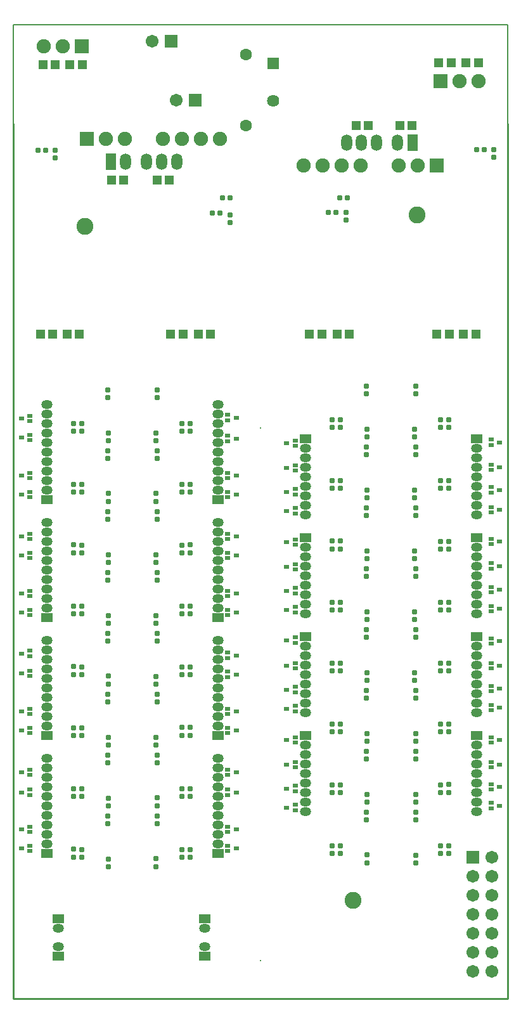
<source format=gbs>
G04 Layer_Color=16711935*
%FSLAX25Y25*%
%MOIN*%
G70*
G01*
G75*
%ADD26C,0.01000*%
%ADD27C,0.00600*%
G04:AMPARAMS|DCode=279|XSize=27.68mil|YSize=28.08mil|CornerRadius=8.92mil|HoleSize=0mil|Usage=FLASHONLY|Rotation=270.000|XOffset=0mil|YOffset=0mil|HoleType=Round|Shape=RoundedRectangle|*
%AMROUNDEDRECTD279*
21,1,0.02768,0.01024,0,0,270.0*
21,1,0.00984,0.02808,0,0,270.0*
1,1,0.01784,-0.00512,-0.00492*
1,1,0.01784,-0.00512,0.00492*
1,1,0.01784,0.00512,0.00492*
1,1,0.01784,0.00512,-0.00492*
%
%ADD279ROUNDEDRECTD279*%
%ADD283R,0.02572X0.01981*%
G04:AMPARAMS|DCode=287|XSize=27.68mil|YSize=28.08mil|CornerRadius=8.92mil|HoleSize=0mil|Usage=FLASHONLY|Rotation=180.000|XOffset=0mil|YOffset=0mil|HoleType=Round|Shape=RoundedRectangle|*
%AMROUNDEDRECTD287*
21,1,0.02768,0.01024,0,0,180.0*
21,1,0.00984,0.02808,0,0,180.0*
1,1,0.01784,-0.00492,0.00512*
1,1,0.01784,0.00492,0.00512*
1,1,0.01784,0.00492,-0.00512*
1,1,0.01784,-0.00492,-0.00512*
%
%ADD287ROUNDEDRECTD287*%
%ADD291R,0.04540X0.04737*%
%ADD292O,0.05918X0.04737*%
%ADD293R,0.05918X0.04737*%
%ADD294C,0.07493*%
%ADD295R,0.07493X0.07493*%
%ADD296O,0.05721X0.08674*%
%ADD297R,0.05721X0.08674*%
%ADD298C,0.06312*%
%ADD299R,0.06706X0.06706*%
%ADD300C,0.06706*%
%ADD301R,0.06706X0.06706*%
%ADD302R,0.06400X0.06400*%
%ADD303C,0.06400*%
%ADD304C,0.08906*%
%ADD305C,0.00800*%
D26*
X0Y0D02*
Y320000D01*
X260000Y0D02*
Y320000D01*
X0Y0D02*
X260000D01*
X0D02*
Y460000D01*
X260000Y0D02*
Y460000D01*
X0Y0D02*
X260000D01*
D27*
X0D02*
X260000D01*
Y512000D01*
X0D02*
X260000D01*
X0Y0D02*
Y512000D01*
D279*
X108508Y413000D02*
D03*
X104492D02*
D03*
X169508Y413500D02*
D03*
X165492D02*
D03*
X17000Y446000D02*
D03*
X12984D02*
D03*
X247508Y446500D02*
D03*
X243492D02*
D03*
X114008Y421000D02*
D03*
X109992D02*
D03*
X175508D02*
D03*
X171492D02*
D03*
D283*
X148264Y111878D02*
D03*
Y109122D02*
D03*
X143736Y110500D02*
D03*
X148264Y101878D02*
D03*
Y99122D02*
D03*
X143736Y100500D02*
D03*
X8764Y306378D02*
D03*
Y303622D02*
D03*
X4236Y305000D02*
D03*
X8764Y296378D02*
D03*
Y293622D02*
D03*
X4236Y295000D02*
D03*
X8764Y276378D02*
D03*
Y273622D02*
D03*
X4236Y275000D02*
D03*
X8764Y266378D02*
D03*
Y263622D02*
D03*
X4236Y265000D02*
D03*
X8764Y244378D02*
D03*
Y241622D02*
D03*
X4236Y243000D02*
D03*
X8764Y234378D02*
D03*
Y231622D02*
D03*
X4236Y233000D02*
D03*
X8764Y214378D02*
D03*
Y211622D02*
D03*
X4236Y213000D02*
D03*
X8764Y204378D02*
D03*
Y201622D02*
D03*
X4236Y203000D02*
D03*
X117264Y305500D02*
D03*
X112736Y306878D02*
D03*
Y304122D02*
D03*
X117264Y294500D02*
D03*
X112736Y295878D02*
D03*
Y293122D02*
D03*
X117264Y275000D02*
D03*
X112736Y276378D02*
D03*
Y273622D02*
D03*
X117264Y265000D02*
D03*
X112736Y266378D02*
D03*
Y263622D02*
D03*
X117264Y243000D02*
D03*
X112736Y244378D02*
D03*
Y241622D02*
D03*
X117264Y233000D02*
D03*
X112736Y234378D02*
D03*
Y231622D02*
D03*
X117264Y213000D02*
D03*
X112736Y214378D02*
D03*
Y211622D02*
D03*
X117264Y203000D02*
D03*
X112736Y204378D02*
D03*
Y201622D02*
D03*
X8764Y182878D02*
D03*
Y180122D02*
D03*
X4236Y181500D02*
D03*
X8764Y172378D02*
D03*
Y169622D02*
D03*
X4236Y171000D02*
D03*
X8764Y152378D02*
D03*
Y149622D02*
D03*
X4236Y151000D02*
D03*
X8764Y142378D02*
D03*
Y139622D02*
D03*
X4236Y141000D02*
D03*
X8764Y120378D02*
D03*
Y117622D02*
D03*
X4236Y119000D02*
D03*
X8764Y109878D02*
D03*
Y107122D02*
D03*
X4236Y108500D02*
D03*
X8764Y90378D02*
D03*
Y87622D02*
D03*
X4236Y89000D02*
D03*
X8764Y80378D02*
D03*
Y77622D02*
D03*
X4236Y79000D02*
D03*
X117264Y180500D02*
D03*
X112736Y181878D02*
D03*
Y179122D02*
D03*
X117264Y170500D02*
D03*
X112736Y171878D02*
D03*
Y169122D02*
D03*
X117264Y151000D02*
D03*
X112736Y152378D02*
D03*
Y149622D02*
D03*
X117264Y141000D02*
D03*
X112736Y142378D02*
D03*
Y139622D02*
D03*
X117264Y119000D02*
D03*
X112736Y120378D02*
D03*
Y117622D02*
D03*
X117264Y108500D02*
D03*
X112736Y109878D02*
D03*
Y107122D02*
D03*
X117264Y89000D02*
D03*
X112736Y90378D02*
D03*
Y87622D02*
D03*
X117264Y79000D02*
D03*
X112736Y80378D02*
D03*
Y77622D02*
D03*
X148264Y293378D02*
D03*
Y290622D02*
D03*
X143736Y292000D02*
D03*
X148264Y280378D02*
D03*
Y277622D02*
D03*
X143736Y279000D02*
D03*
X148264Y267878D02*
D03*
Y265122D02*
D03*
X143736Y266500D02*
D03*
X148264Y257878D02*
D03*
Y255122D02*
D03*
X143736Y256500D02*
D03*
X148264Y241378D02*
D03*
Y238622D02*
D03*
X143736Y240000D02*
D03*
X148264Y228378D02*
D03*
Y225622D02*
D03*
X143736Y227000D02*
D03*
X148264Y215878D02*
D03*
Y213122D02*
D03*
X143736Y214500D02*
D03*
X148264Y205878D02*
D03*
Y203122D02*
D03*
X143736Y204500D02*
D03*
X255764Y292500D02*
D03*
X251236Y293878D02*
D03*
Y291122D02*
D03*
X255764Y279378D02*
D03*
X251236Y280756D02*
D03*
Y278000D02*
D03*
X255764Y267500D02*
D03*
X251236Y268878D02*
D03*
Y266122D02*
D03*
X255764Y257000D02*
D03*
X251236Y258378D02*
D03*
Y255622D02*
D03*
X255764Y240378D02*
D03*
X251236Y241756D02*
D03*
Y239000D02*
D03*
X255764Y227500D02*
D03*
X251236Y228878D02*
D03*
Y226122D02*
D03*
X255764Y215000D02*
D03*
X251236Y216378D02*
D03*
Y213622D02*
D03*
X255764Y205000D02*
D03*
X251236Y206378D02*
D03*
Y203622D02*
D03*
X148264Y189878D02*
D03*
Y187122D02*
D03*
X143736Y188500D02*
D03*
X148264Y176378D02*
D03*
Y173622D02*
D03*
X143736Y175000D02*
D03*
X148264Y163878D02*
D03*
Y161122D02*
D03*
X143736Y162500D02*
D03*
X148264Y153878D02*
D03*
Y151122D02*
D03*
X143736Y152500D02*
D03*
X148264Y137378D02*
D03*
Y134622D02*
D03*
X143736Y136000D02*
D03*
X148264Y124378D02*
D03*
Y121622D02*
D03*
X143736Y123000D02*
D03*
X255764Y188000D02*
D03*
X251236Y189378D02*
D03*
Y186622D02*
D03*
X255764Y175000D02*
D03*
X251236Y176378D02*
D03*
Y173622D02*
D03*
X255764Y163000D02*
D03*
X251236Y164378D02*
D03*
Y161622D02*
D03*
X255764Y153000D02*
D03*
X251236Y154378D02*
D03*
Y151622D02*
D03*
X255764Y136122D02*
D03*
X251236Y137500D02*
D03*
Y134744D02*
D03*
X255764Y123000D02*
D03*
X251236Y124378D02*
D03*
Y121622D02*
D03*
X255764Y111378D02*
D03*
X251236Y112756D02*
D03*
Y110000D02*
D03*
X255764Y101500D02*
D03*
X251236Y102878D02*
D03*
Y100122D02*
D03*
D287*
X114000Y407992D02*
D03*
Y412008D02*
D03*
X175000Y409492D02*
D03*
Y413508D02*
D03*
X22000Y442000D02*
D03*
Y446016D02*
D03*
X252500Y442492D02*
D03*
Y446508D02*
D03*
X31500Y298492D02*
D03*
Y302508D02*
D03*
Y266492D02*
D03*
Y270508D02*
D03*
Y234500D02*
D03*
Y238516D02*
D03*
Y202492D02*
D03*
Y206508D02*
D03*
X36000Y298492D02*
D03*
Y302508D02*
D03*
Y266492D02*
D03*
Y270508D02*
D03*
Y234492D02*
D03*
Y238508D02*
D03*
Y202492D02*
D03*
Y206508D02*
D03*
X49500Y315992D02*
D03*
Y320008D02*
D03*
Y283984D02*
D03*
Y288000D02*
D03*
Y252000D02*
D03*
Y256016D02*
D03*
Y219992D02*
D03*
Y224008D02*
D03*
X50000Y293492D02*
D03*
Y297508D02*
D03*
Y261500D02*
D03*
Y265516D02*
D03*
Y229492D02*
D03*
Y233508D02*
D03*
Y197492D02*
D03*
Y201508D02*
D03*
X75500Y315992D02*
D03*
Y320008D02*
D03*
Y284000D02*
D03*
Y288016D02*
D03*
Y251992D02*
D03*
Y256008D02*
D03*
Y219992D02*
D03*
Y224008D02*
D03*
X75000Y293492D02*
D03*
Y297508D02*
D03*
Y261500D02*
D03*
Y265516D02*
D03*
Y229492D02*
D03*
Y233508D02*
D03*
Y197492D02*
D03*
Y201508D02*
D03*
X88500Y298492D02*
D03*
Y302508D02*
D03*
Y266492D02*
D03*
Y270508D02*
D03*
Y234492D02*
D03*
Y238508D02*
D03*
Y202492D02*
D03*
Y206508D02*
D03*
X93000Y298492D02*
D03*
Y302508D02*
D03*
Y266492D02*
D03*
Y270508D02*
D03*
Y234500D02*
D03*
Y238516D02*
D03*
Y202492D02*
D03*
Y206508D02*
D03*
X31500Y170500D02*
D03*
Y174516D02*
D03*
Y138492D02*
D03*
Y142508D02*
D03*
Y106492D02*
D03*
Y110508D02*
D03*
Y74500D02*
D03*
Y78516D02*
D03*
X36000Y170492D02*
D03*
Y174508D02*
D03*
Y138492D02*
D03*
Y142508D02*
D03*
Y106492D02*
D03*
Y110508D02*
D03*
Y74492D02*
D03*
Y78508D02*
D03*
X49500Y188000D02*
D03*
Y192016D02*
D03*
Y156000D02*
D03*
Y160016D02*
D03*
Y123992D02*
D03*
Y128008D02*
D03*
Y91992D02*
D03*
Y96008D02*
D03*
X50000Y165500D02*
D03*
Y169516D02*
D03*
Y133492D02*
D03*
Y137508D02*
D03*
Y101492D02*
D03*
Y105508D02*
D03*
Y69492D02*
D03*
Y73508D02*
D03*
X75500Y187992D02*
D03*
Y192008D02*
D03*
Y155992D02*
D03*
Y160008D02*
D03*
Y124000D02*
D03*
Y128016D02*
D03*
Y91992D02*
D03*
Y96008D02*
D03*
X75000Y165492D02*
D03*
Y169508D02*
D03*
Y133492D02*
D03*
Y137508D02*
D03*
X75500Y101500D02*
D03*
Y105516D02*
D03*
X75000Y69500D02*
D03*
Y73516D02*
D03*
X88500Y170492D02*
D03*
Y174508D02*
D03*
Y138500D02*
D03*
Y142516D02*
D03*
Y106492D02*
D03*
Y110508D02*
D03*
Y74492D02*
D03*
Y78508D02*
D03*
X93000Y170492D02*
D03*
Y174508D02*
D03*
Y138500D02*
D03*
Y142516D02*
D03*
Y106492D02*
D03*
Y110508D02*
D03*
Y74492D02*
D03*
Y78508D02*
D03*
X167500Y300492D02*
D03*
Y304508D02*
D03*
Y268492D02*
D03*
Y272508D02*
D03*
Y236500D02*
D03*
Y240516D02*
D03*
Y204492D02*
D03*
Y208508D02*
D03*
X172000Y300492D02*
D03*
Y304508D02*
D03*
Y268492D02*
D03*
Y272508D02*
D03*
Y236500D02*
D03*
Y240516D02*
D03*
Y204492D02*
D03*
Y208508D02*
D03*
X185500Y317992D02*
D03*
Y322008D02*
D03*
Y285992D02*
D03*
Y290008D02*
D03*
Y253992D02*
D03*
Y258008D02*
D03*
Y222000D02*
D03*
Y226016D02*
D03*
X186000Y295492D02*
D03*
Y299508D02*
D03*
Y263492D02*
D03*
Y267508D02*
D03*
Y231492D02*
D03*
Y235508D02*
D03*
Y199492D02*
D03*
Y203508D02*
D03*
X211500Y317992D02*
D03*
Y322008D02*
D03*
Y285992D02*
D03*
Y290008D02*
D03*
Y253992D02*
D03*
Y258008D02*
D03*
Y221992D02*
D03*
Y226008D02*
D03*
X211000Y295492D02*
D03*
Y299508D02*
D03*
Y263492D02*
D03*
Y267508D02*
D03*
Y231492D02*
D03*
Y235508D02*
D03*
Y199492D02*
D03*
Y203508D02*
D03*
X224500Y300492D02*
D03*
Y304508D02*
D03*
Y268492D02*
D03*
Y272508D02*
D03*
Y236492D02*
D03*
Y240508D02*
D03*
Y204492D02*
D03*
Y208508D02*
D03*
X229000Y300492D02*
D03*
Y304508D02*
D03*
Y268492D02*
D03*
Y272508D02*
D03*
Y236492D02*
D03*
Y240508D02*
D03*
Y204492D02*
D03*
Y208508D02*
D03*
X167500Y172492D02*
D03*
Y176508D02*
D03*
Y140484D02*
D03*
Y144500D02*
D03*
Y108492D02*
D03*
Y112508D02*
D03*
Y76492D02*
D03*
Y80508D02*
D03*
X172000Y172492D02*
D03*
Y176508D02*
D03*
Y140484D02*
D03*
Y144500D02*
D03*
Y108492D02*
D03*
Y112508D02*
D03*
Y76492D02*
D03*
Y80508D02*
D03*
X185500Y189984D02*
D03*
Y194000D02*
D03*
Y158000D02*
D03*
Y162016D02*
D03*
Y125992D02*
D03*
Y130008D02*
D03*
Y93957D02*
D03*
Y97972D02*
D03*
X186000Y167484D02*
D03*
Y171500D02*
D03*
Y135492D02*
D03*
Y139508D02*
D03*
Y103492D02*
D03*
Y107508D02*
D03*
Y71500D02*
D03*
Y75516D02*
D03*
X211500Y190000D02*
D03*
Y194016D02*
D03*
Y157992D02*
D03*
Y162008D02*
D03*
Y125992D02*
D03*
Y130008D02*
D03*
Y93984D02*
D03*
Y98000D02*
D03*
X211000Y167484D02*
D03*
Y171500D02*
D03*
X211500Y135484D02*
D03*
Y139500D02*
D03*
Y103484D02*
D03*
Y107500D02*
D03*
Y71492D02*
D03*
Y75508D02*
D03*
X224500Y172492D02*
D03*
Y176508D02*
D03*
Y140492D02*
D03*
Y144508D02*
D03*
Y108492D02*
D03*
Y112508D02*
D03*
Y76484D02*
D03*
Y80500D02*
D03*
X229000Y172492D02*
D03*
Y176508D02*
D03*
Y140492D02*
D03*
Y144508D02*
D03*
Y108500D02*
D03*
Y112516D02*
D03*
Y76492D02*
D03*
Y80508D02*
D03*
D291*
X244496Y492000D02*
D03*
X238000D02*
D03*
X230248D02*
D03*
X223752D02*
D03*
X103748Y349500D02*
D03*
X97252D02*
D03*
X176748D02*
D03*
X170252D02*
D03*
X89248D02*
D03*
X82752D02*
D03*
X162248D02*
D03*
X155752D02*
D03*
X82000Y430500D02*
D03*
X75504D02*
D03*
X186748Y459000D02*
D03*
X180252D02*
D03*
X58000Y430500D02*
D03*
X51504D02*
D03*
X209748Y459000D02*
D03*
X203252D02*
D03*
X34748Y349500D02*
D03*
X28252D02*
D03*
X243248D02*
D03*
X236752D02*
D03*
X20748D02*
D03*
X14252D02*
D03*
X229248D02*
D03*
X222752D02*
D03*
X21996Y491000D02*
D03*
X15500D02*
D03*
X36248D02*
D03*
X29752D02*
D03*
D292*
X17500Y282500D02*
D03*
Y267500D02*
D03*
Y272500D02*
D03*
Y277500D02*
D03*
Y287500D02*
D03*
Y292500D02*
D03*
Y297500D02*
D03*
Y302500D02*
D03*
Y307500D02*
D03*
Y312500D02*
D03*
Y220500D02*
D03*
Y205500D02*
D03*
Y210500D02*
D03*
Y215500D02*
D03*
Y225500D02*
D03*
Y230500D02*
D03*
Y235500D02*
D03*
Y240500D02*
D03*
Y245500D02*
D03*
Y250500D02*
D03*
Y158500D02*
D03*
Y143500D02*
D03*
Y148500D02*
D03*
Y153500D02*
D03*
Y163500D02*
D03*
Y168500D02*
D03*
Y173500D02*
D03*
Y178500D02*
D03*
Y183500D02*
D03*
Y188500D02*
D03*
Y96500D02*
D03*
Y81500D02*
D03*
Y86500D02*
D03*
Y91500D02*
D03*
Y101500D02*
D03*
Y106500D02*
D03*
Y111500D02*
D03*
Y116500D02*
D03*
Y121500D02*
D03*
Y126500D02*
D03*
X243500Y123500D02*
D03*
Y98500D02*
D03*
Y103500D02*
D03*
Y108500D02*
D03*
Y113500D02*
D03*
Y118500D02*
D03*
Y128500D02*
D03*
Y133500D02*
D03*
Y175500D02*
D03*
Y150500D02*
D03*
Y155500D02*
D03*
Y160500D02*
D03*
Y165500D02*
D03*
Y170500D02*
D03*
Y180500D02*
D03*
Y185500D02*
D03*
Y227500D02*
D03*
Y202500D02*
D03*
Y207500D02*
D03*
Y212500D02*
D03*
Y217500D02*
D03*
Y222500D02*
D03*
Y232500D02*
D03*
Y237500D02*
D03*
Y279500D02*
D03*
Y254500D02*
D03*
Y259500D02*
D03*
Y264500D02*
D03*
Y269500D02*
D03*
Y274500D02*
D03*
Y284500D02*
D03*
Y289500D02*
D03*
X100500Y27500D02*
D03*
Y37000D02*
D03*
X23500Y27500D02*
D03*
Y37000D02*
D03*
X107500Y96500D02*
D03*
Y81500D02*
D03*
Y86500D02*
D03*
Y91500D02*
D03*
Y101500D02*
D03*
Y106500D02*
D03*
Y111500D02*
D03*
Y116500D02*
D03*
Y121500D02*
D03*
Y126500D02*
D03*
X153500Y279500D02*
D03*
Y254500D02*
D03*
Y259500D02*
D03*
Y264500D02*
D03*
Y269500D02*
D03*
Y274500D02*
D03*
Y284500D02*
D03*
Y289500D02*
D03*
Y227500D02*
D03*
Y202500D02*
D03*
Y207500D02*
D03*
Y212500D02*
D03*
Y217500D02*
D03*
Y222500D02*
D03*
Y232500D02*
D03*
Y237500D02*
D03*
Y175500D02*
D03*
Y150500D02*
D03*
Y155500D02*
D03*
Y160500D02*
D03*
Y165500D02*
D03*
Y170500D02*
D03*
Y180500D02*
D03*
Y185500D02*
D03*
Y123500D02*
D03*
Y98500D02*
D03*
Y103500D02*
D03*
Y108500D02*
D03*
Y113500D02*
D03*
Y118500D02*
D03*
Y128500D02*
D03*
Y133500D02*
D03*
X107500Y158500D02*
D03*
Y143500D02*
D03*
Y148500D02*
D03*
Y153500D02*
D03*
Y163500D02*
D03*
Y168500D02*
D03*
Y173500D02*
D03*
Y178500D02*
D03*
Y183500D02*
D03*
Y188500D02*
D03*
Y220500D02*
D03*
Y205500D02*
D03*
Y210500D02*
D03*
Y215500D02*
D03*
Y225500D02*
D03*
Y230500D02*
D03*
Y235500D02*
D03*
Y240500D02*
D03*
Y245500D02*
D03*
Y250500D02*
D03*
Y282500D02*
D03*
Y267500D02*
D03*
Y272500D02*
D03*
Y277500D02*
D03*
Y287500D02*
D03*
Y292500D02*
D03*
Y297500D02*
D03*
Y302500D02*
D03*
Y307500D02*
D03*
Y312500D02*
D03*
D293*
X17500Y262500D02*
D03*
Y200500D02*
D03*
Y138500D02*
D03*
Y76500D02*
D03*
X243500Y138500D02*
D03*
Y190500D02*
D03*
Y242500D02*
D03*
Y294500D02*
D03*
X100500Y22500D02*
D03*
Y42000D02*
D03*
X23500Y22500D02*
D03*
Y42000D02*
D03*
X107500Y76500D02*
D03*
X153500Y294500D02*
D03*
Y242500D02*
D03*
Y190500D02*
D03*
Y138500D02*
D03*
X107500D02*
D03*
Y200500D02*
D03*
Y262500D02*
D03*
D294*
X78500Y452000D02*
D03*
X88500D02*
D03*
X58500Y452000D02*
D03*
X108500Y452000D02*
D03*
X98500D02*
D03*
X48500Y452000D02*
D03*
X212500Y438000D02*
D03*
X182500Y438000D02*
D03*
X202500Y438000D02*
D03*
X172500Y438000D02*
D03*
X162500D02*
D03*
X152500D02*
D03*
X26000Y500800D02*
D03*
X16000D02*
D03*
X234500Y482200D02*
D03*
X244500D02*
D03*
D295*
X38500Y452000D02*
D03*
X222500Y438000D02*
D03*
X36000Y500800D02*
D03*
X224500Y482200D02*
D03*
D296*
X70126Y440000D02*
D03*
X78000D02*
D03*
X59102D02*
D03*
X85874D02*
D03*
X191000Y450000D02*
D03*
X202024D02*
D03*
X183126D02*
D03*
X175252D02*
D03*
D297*
X51228Y440000D02*
D03*
X209898Y450000D02*
D03*
D298*
X122300Y496500D02*
D03*
X122200Y459000D02*
D03*
D299*
X95500Y472500D02*
D03*
X83000Y503500D02*
D03*
D300*
X85500Y472500D02*
D03*
X73000Y503500D02*
D03*
X251500Y54500D02*
D03*
Y64500D02*
D03*
Y44500D02*
D03*
Y74500D02*
D03*
Y34500D02*
D03*
Y24500D02*
D03*
Y14500D02*
D03*
X241500Y64500D02*
D03*
Y44500D02*
D03*
Y54500D02*
D03*
Y34500D02*
D03*
Y14500D02*
D03*
Y24500D02*
D03*
D301*
Y74500D02*
D03*
D302*
X136500Y491600D02*
D03*
D303*
Y472000D02*
D03*
D304*
X37800Y406100D02*
D03*
X212200Y411900D02*
D03*
X178600Y51700D02*
D03*
D305*
X130000Y300004D02*
D03*
Y19996D02*
D03*
M02*

</source>
